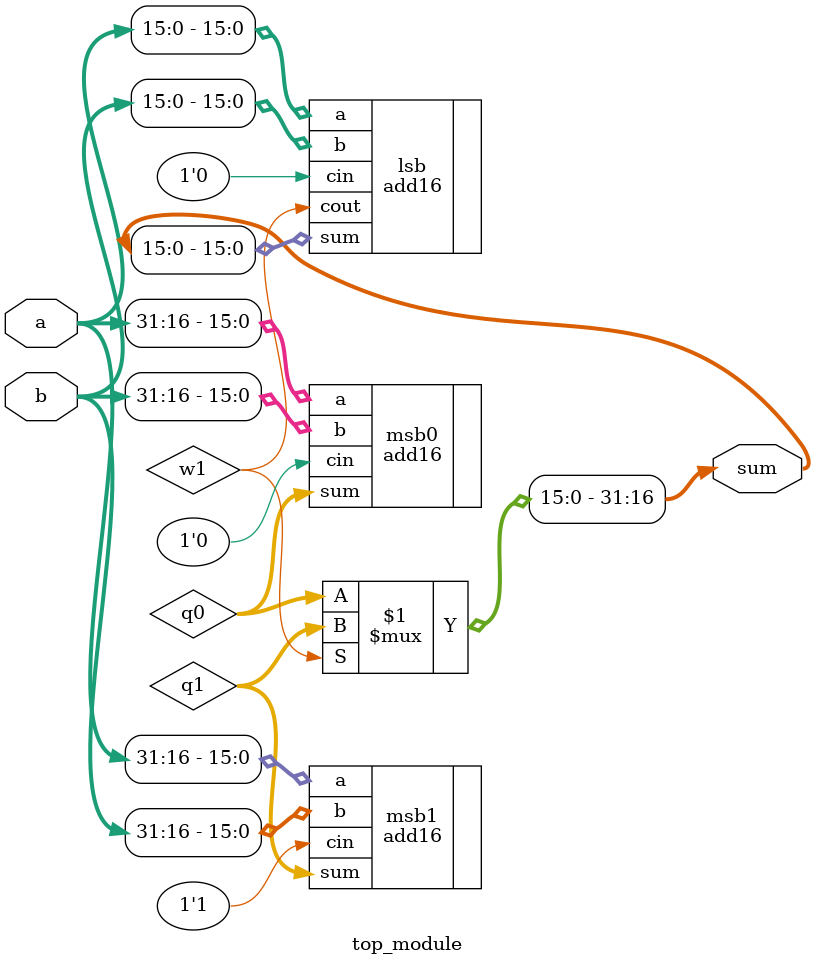
<source format=v>
/*
In this exercise, you are provided with the same module add16 as the previous exercise, which adds two 16-bit numbers with carry-in and produces a carry-out and 16-bit sum. 
You must instantiate three of these to build the carry-select adder, using your own 16-bit 2-to-1 multiplexer.
*/

module top_module(
    input [31:0] a,
    input [31:0] b,
    output [31:0] sum
);
	
  wire w1;
  wire [15:0] q0;
  wire [15:0] q1;
    
  add16 lsb (.a(a[15:0]),.b(b[15:0]), .cin(1'b0),.sum(sum[15:0]),.cout(w1));
  add16 msb0 (.a(a[31:16]),.b(b[31:16]), .cin(1'b0),.sum(q0));
  add16 msb1 (.a(a[31:16]),.b(b[31:16]), .cin(1'b1),.sum(q1));
    
  assign sum[31:16] = w1? q1:q0;
    
endmodule

</source>
